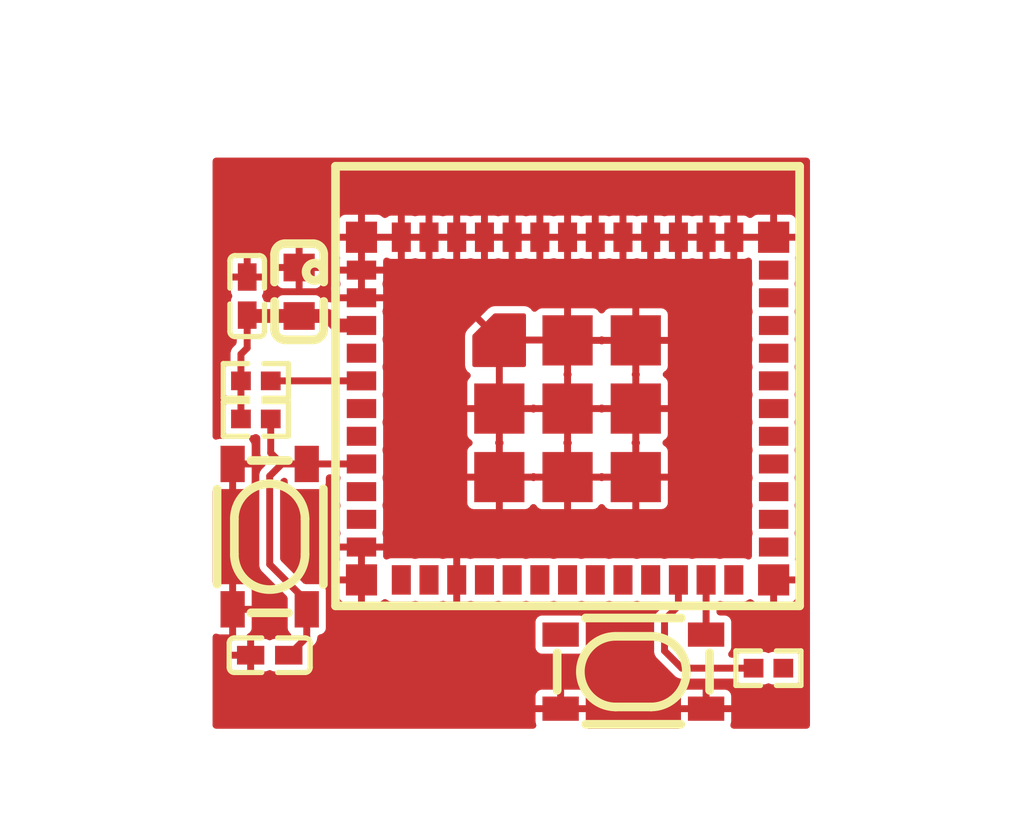
<source format=kicad_pcb>
(kicad_pcb (version 20241229) (generator "pcbnew") (generator_version "9.0")
  (layers (0 "F.Cu" signal) (2 "B.Cu" signal) (13 "F.Paste" user) (15 "B.Paste" user) (5 "F.SilkS" user "F.Silkscreen") (7 "B.SilkS" user "B.Silkscreen") (1 "F.Mask" user) (3 "B.Mask" user) (25 "Edge.Cuts" user))
  (net 0 "")
  (net 1 "hv")
  (net 2 "ic.footprint.pins[27].net-net")
  (net 3 "line-7")
  (net 4 "ic.footprint.pins[16].net-net")
  (net 5 "ic.footprint.pins[17].net-net")
  (net 6 "line")
  (net 7 "line-1")
  (net 8 "line-13")
  (net 9 "ic.footprint.pins[60].net-net")
  (net 10 "ic.footprint.pins[33].net-net")
  (net 11 "ic.footprint.pins[20].net-net")
  (net 12 "ic.footprint.pins[58].net-net")
  (net 13 "ic.footprint.pins[8].net-net")
  (net 14 "ic.footprint.pins[21].net-net")
  (net 15 "line-8")
  (net 16 "line-10")
  (net 17 "ic.footprint.pins[25].net-net")
  (net 18 "line-3")
  (net 19 "line-4")
  (net 20 "ic.footprint.pins[26].net-net")
  (net 21 "line-11")
  (net 22 "line-5")
  (net 23 "line-12")
  (net 24 "output")
  (net 25 "line-2")
  (net 26 "output-1")
  (net 27 "line-6")
  (net 28 "line-9")
  (net 29 "ic.footprint.pins[6].net-net")
  (net 30 "ic.footprint.pins[1].net-net")
  (net 31 "ic.footprint.pins[28].net-net")
  (net 32 "gnd")
  (footprint "atopile:R0402-56259e" (layer "F.Cu") (at -9 -0.8 180)
    (property "Reference" "R1" (hide yes))
    (property "Value" "10kΩ ±1% 62.5mW")
    (fp_line (start 0.94 0.5) (end 0.94 -0.5) (stroke (width 0.15)) (layer "F.SilkS"))
    (fp_line (start 0.94 -0.5) (end 0.23 -0.5) (stroke (width 0.15)) (layer "F.SilkS"))
    (fp_line (start 0.23 0.5) (end 0.94 0.5) (stroke (width 0.15)) (layer "F.SilkS"))
    (fp_line (start -0.23 0.5) (end -0.94 0.5) (stroke (width 0.15)) (layer "F.SilkS"))
    (fp_line (start -0.94 0.5) (end -0.94 -0.5) (stroke (width 0.15)) (layer "F.SilkS"))
    (fp_line (start -0.94 -0.5) (end -0.23 -0.5) (stroke (width 0.15)) (layer "F.SilkS"))
    (pad "1" smd rect (at -0.43 0 180) (size 0.57 0.54) (layers "F.Cu" "F.Mask" "F.Paste") (net 6 "line"))
    (pad "2" smd rect (at 0.43 0 180) (size 0.57 0.54) (layers "F.Cu" "F.Mask" "F.Paste") (net 1 "hv"))
  )
  (footprint "atopile:R0402-56259e" (layer "F.Cu") (at -9 0.3)
    (property "Reference" "R3" (hide yes))
    (property "Value" "10kΩ ±1% 62.5mW")
    (fp_line (start -0.94 -0.5) (end -0.23 -0.5) (stroke (width 0.15)) (layer "F.SilkS"))
    (fp_line (start -0.94 0.5) (end -0.94 -0.5) (stroke (width 0.15)) (layer "F.SilkS"))
    (fp_line (start -0.23 0.5) (end -0.94 0.5) (stroke (width 0.15)) (layer "F.SilkS"))
    (fp_line (start 0.23 0.5) (end 0.94 0.5) (stroke (width 0.15)) (layer "F.SilkS"))
    (fp_line (start 0.94 -0.5) (end 0.23 -0.5) (stroke (width 0.15)) (layer "F.SilkS"))
    (fp_line (start 0.94 0.5) (end 0.94 -0.5) (stroke (width 0.15)) (layer "F.SilkS"))
    (pad "1" smd rect (at -0.43 0) (size 0.57 0.54) (layers "F.Cu" "F.Mask" "F.Paste") (net 1 "hv"))
    (pad "2" smd rect (at 0.43 0) (size 0.57 0.54) (layers "F.Cu" "F.Mask" "F.Paste") (net 26 "output-1"))
  )
  (footprint "atopile:C0402-b3ef17" (layer "F.Cu") (at -9.25 -3.25 90)
    (property "Reference" "C2" (hide yes))
    (property "Value" "100nF ±10% 16V X7R")
    (fp_line (start 1.02 -0.5) (end 0.23 -0.5) (stroke (width 0.15)) (layer "F.SilkS"))
    (fp_line (start -1.02 -0.5) (end -0.23 -0.5) (stroke (width 0.15)) (layer "F.SilkS"))
    (fp_line (start 1.17 0.35) (end 1.17 -0.35) (stroke (width 0.15)) (layer "F.SilkS"))
    (fp_line (start -1.17 0.35) (end -1.17 -0.35) (stroke (width 0.15)) (layer "F.SilkS"))
    (fp_line (start 0.23 0.5) (end 1.02 0.5) (stroke (width 0.15)) (layer "F.SilkS"))
    (fp_line (start -0.23 0.5) (end -1.02 0.5) (stroke (width 0.15)) (layer "F.SilkS"))
    (fp_arc (start 1.02 -0.5) (mid 1.126066 -0.456066) (end 1.17 -0.35) (stroke (width 0.15)) (layer "F.SilkS"))
    (fp_arc (start -1.17 -0.35) (mid -1.126066 -0.456066) (end -1.02 -0.5) (stroke (width 0.15)) (layer "F.SilkS"))
    (fp_arc (start 1.17 0.35) (mid 1.126066 0.456066) (end 1.02 0.5) (stroke (width 0.15)) (layer "F.SilkS"))
    (fp_arc (start -1.02 0.5) (mid -1.126066 0.456066) (end -1.17 0.35) (stroke (width 0.15)) (layer "F.SilkS"))
    (pad "1" smd rect (at -0.55 0 90) (size 0.79 0.54) (layers "F.Cu" "F.Mask" "F.Paste") (net 1 "hv"))
    (pad "2" smd rect (at 0.55 0 90) (size 0.79 0.54) (layers "F.Cu" "F.Mask" "F.Paste") (net 32 "gnd"))
  )
  (footprint "atopile:WIFIM-SMD_ESP32-C3-MINI-MINI-1U-1cb675" (layer "F.Cu") (at 0 0)
    (property "Reference" "U2" (hide yes))
    (property "Value" "")
    (fp_line (start -6.7 -7) (end -6.7 -3.45) (stroke (width 0.25)) (layer "F.SilkS"))
    (fp_line (start -6.7 -3.5) (end -6.7 5.7) (stroke (width 0.25)) (layer "F.SilkS"))
    (fp_line (start -6.7 5.7) (end 6.7 5.7) (stroke (width 0.25)) (layer "F.SilkS"))
    (fp_line (start 6.7 -7) (end -6.7 -7) (stroke (width 0.25)) (layer "F.SilkS"))
    (fp_line (start 6.7 5.7) (end 6.7 -7) (stroke (width 0.25)) (layer "F.SilkS"))
    (fp_circle (center -7.3 -3.95) (end -7.05 -3.95) (stroke (width 0.25)) (fill no) (layer "F.SilkS"))
    (pad "1" smd rect (at -5.95 -4) (size 0.85 0.55) (layers "F.Cu" "F.Mask" "F.Paste") (net 32 "gnd"))
    (pad "2" smd rect (at -5.95 -3.2) (size 0.85 0.55) (layers "F.Cu" "F.Mask" "F.Paste") (net 32 "gnd"))
    (pad "3" smd rect (at -5.95 -2.4) (size 0.85 0.55) (layers "F.Cu" "F.Mask" "F.Paste") (net 1 "hv"))
    (pad "4" smd rect (at -5.95 -1.6) (size 0.85 0.55) (layers "F.Cu" "F.Mask" "F.Paste") (net 10 "ic.footprint.pins[33].net-net"))
    (pad "5" smd rect (at -5.95 -0.8) (size 0.85 0.55) (layers "F.Cu" "F.Mask" "F.Paste") (net 6 "line"))
    (pad "6" smd rect (at -5.95 0) (size 0.85 0.55) (layers "F.Cu" "F.Mask" "F.Paste") (net 21 "line-11"))
    (pad "7" smd rect (at -5.95 0.8) (size 0.85 0.55) (layers "F.Cu" "F.Mask" "F.Paste") (net 12 "ic.footprint.pins[58].net-net"))
    (pad "8" smd rect (at -5.95 1.6) (size 0.85 0.55) (layers "F.Cu" "F.Mask" "F.Paste") (net 26 "output-1"))
    (pad "9" smd rect (at -5.95 2.4) (size 0.85 0.55) (layers "F.Cu" "F.Mask" "F.Paste") (net 9 "ic.footprint.pins[60].net-net"))
    (pad "10" smd rect (at -5.95 3.2) (size 0.85 0.55) (layers "F.Cu" "F.Mask" "F.Paste") (net 30 "ic.footprint.pins[1].net-net"))
    (pad "11" smd rect (at -5.95 4) (size 0.85 0.55) (layers "F.Cu" "F.Mask" "F.Paste") (net 32 "gnd"))
    (pad "12" smd rect (at -4.8 4.95 90) (size 0.85 0.55) (layers "F.Cu" "F.Mask" "F.Paste") (net 8 "line-13"))
    (pad "13" smd rect (at -4 4.95 90) (size 0.85 0.55) (layers "F.Cu" "F.Mask" "F.Paste") (net 3 "line-7"))
    (pad "14" smd rect (at -3.2 4.95 90) (size 0.85 0.55) (layers "F.Cu" "F.Mask" "F.Paste") (net 32 "gnd"))
    (pad "15" smd rect (at -2.4 4.95 90) (size 0.85 0.55) (layers "F.Cu" "F.Mask" "F.Paste") (net 29 "ic.footprint.pins[6].net-net"))
    (pad "16" smd rect (at -1.6 4.95 90) (size 0.85 0.55) (layers "F.Cu" "F.Mask" "F.Paste") (net 19 "line-4"))
    (pad "17" smd rect (at -0.8 4.95 90) (size 0.85 0.55) (layers "F.Cu" "F.Mask" "F.Paste") (net 13 "ic.footprint.pins[8].net-net"))
    (pad "18" smd rect (at 0 4.95 90) (size 0.85 0.55) (layers "F.Cu" "F.Mask" "F.Paste") (net 25 "line-2"))
    (pad "19" smd rect (at 0.8 4.95 90) (size 0.85 0.55) (layers "F.Cu" "F.Mask" "F.Paste") (net 18 "line-3"))
    (pad "20" smd rect (at 1.6 4.95 90) (size 0.85 0.55) (layers "F.Cu" "F.Mask" "F.Paste") (net 22 "line-5"))
    (pad "21" smd rect (at 2.4 4.95 90) (size 0.85 0.55) (layers "F.Cu" "F.Mask" "F.Paste") (net 27 "line-6"))
    (pad "22" smd rect (at 3.2 4.95 90) (size 0.85 0.55) (layers "F.Cu" "F.Mask" "F.Paste") (net 7 "line-1"))
    (pad "23" smd rect (at 4 4.95 90) (size 0.85 0.55) (layers "F.Cu" "F.Mask" "F.Paste") (net 24 "output"))
    (pad "24" smd rect (at 4.8 4.95 90) (size 0.85 0.55) (layers "F.Cu" "F.Mask" "F.Paste") (net 4 "ic.footprint.pins[16].net-net"))
    (pad "25" smd rect (at 5.95 4 180) (size 0.85 0.55) (layers "F.Cu" "F.Mask" "F.Paste") (net 5 "ic.footprint.pins[17].net-net"))
    (pad "26" smd rect (at 5.95 3.2 180) (size 0.85 0.55) (layers "F.Cu" "F.Mask" "F.Paste") (net 28 "line-9"))
    (pad "27" smd rect (at 5.95 2.4 180) (size 0.85 0.55) (layers "F.Cu" "F.Mask" "F.Paste") (net 16 "line-10"))
    (pad "28" smd rect (at 5.95 1.6 180) (size 0.85 0.55) (layers "F.Cu" "F.Mask" "F.Paste") (net 11 "ic.footprint.pins[20].net-net"))
    (pad "29" smd rect (at 5.95 0.8 180) (size 0.85 0.55) (layers "F.Cu" "F.Mask" "F.Paste") (net 14 "ic.footprint.pins[21].net-net"))
    (pad "30" smd rect (at 5.95 0 180) (size 0.85 0.55) (layers "F.Cu" "F.Mask" "F.Paste") (net 15 "line-8"))
    (pad "31" smd rect (at 5.95 -0.8) (size 0.85 0.55) (layers "F.Cu" "F.Mask" "F.Paste") (net 23 "line-12"))
    (pad "32" smd rect (at 5.95 -1.6) (size 0.85 0.55) (layers "F.Cu" "F.Mask" "F.Paste") (net 17 "ic.footprint.pins[25].net-net"))
    (pad "33" smd rect (at 5.95 -2.4) (size 0.85 0.55) (layers "F.Cu" "F.Mask" "F.Paste") (net 20 "ic.footprint.pins[26].net-net"))
    (pad "34" smd rect (at 5.95 -3.2) (size 0.85 0.55) (layers "F.Cu" "F.Mask" "F.Paste") (net 2 "ic.footprint.pins[27].net-net"))
    (pad "35" smd rect (at 5.95 -4) (size 0.85 0.55) (layers "F.Cu" "F.Mask" "F.Paste") (net 31 "ic.footprint.pins[28].net-net"))
    (pad "36" smd rect (at 4.8 -4.95 90) (size 0.85 0.55) (layers "F.Cu" "F.Mask" "F.Paste") (net 32 "gnd"))
    (pad "37" smd rect (at 4 -4.95 90) (size 0.85 0.55) (layers "F.Cu" "F.Mask" "F.Paste") (net 32 "gnd"))
    (pad "38" smd rect (at 3.2 -4.95 90) (size 0.85 0.55) (layers "F.Cu" "F.Mask" "F.Paste") (net 32 "gnd"))
    (pad "39" smd rect (at 2.4 -4.95 90) (size 0.85 0.55) (layers "F.Cu" "F.Mask" "F.Paste") (net 32 "gnd"))
    (pad "40" smd rect (at 1.6 -4.95 90) (size 0.85 0.55) (layers "F.Cu" "F.Mask" "F.Paste") (net 32 "gnd"))
    (pad "41" smd rect (at 0.8 -4.95 90) (size 0.85 0.55) (layers "F.Cu" "F.Mask" "F.Paste") (net 32 "gnd"))
    (pad "42" smd rect (at 0 -4.95 90) (size 0.85 0.55) (layers "F.Cu" "F.Mask" "F.Paste") (net 32 "gnd"))
    (pad "43" smd rect (at -0.8 -4.95 90) (size 0.85 0.55) (layers "F.Cu" "F.Mask" "F.Paste") (net 32 "gnd"))
    (pad "44" smd rect (at -1.6 -4.95 90) (size 0.85 0.55) (layers "F.Cu" "F.Mask" "F.Paste") (net 32 "gnd"))
    (pad "45" smd rect (at -2.4 -4.95 90) (size 0.85 0.55) (layers "F.Cu" "F.Mask" "F.Paste") (net 32 "gnd"))
    (pad "46" smd rect (at -3.2 -4.95 90) (size 0.85 0.55) (layers "F.Cu" "F.Mask" "F.Paste") (net 32 "gnd"))
    (pad "47" smd rect (at -4 -4.95 90) (size 0.85 0.55) (layers "F.Cu" "F.Mask" "F.Paste") (net 32 "gnd"))
    (pad "48" smd rect (at -4.8 -4.95 90) (size 0.85 0.55) (layers "F.Cu" "F.Mask" "F.Paste") (net 32 "gnd"))
    (pad "49" smd rect (at 0 0) (size 1.45 1.45) (layers "F.Cu" "F.Mask" "F.Paste") (net 32 "gnd"))
    (pad "50" smd rect (at 5.95 -4.95) (size 0.9 0.9) (layers "F.Cu" "F.Mask" "F.Paste") (net 32 "gnd"))
    (pad "51" smd rect (at 5.95 4.95) (size 0.9 0.9) (layers "F.Cu" "F.Mask" "F.Paste") (net 32 "gnd"))
    (pad "52" smd rect (at -5.95 4.95) (size 0.9 0.9) (layers "F.Cu" "F.Mask" "F.Paste") (net 32 "gnd"))
    (pad "53" smd rect (at -5.95 -4.95) (size 0.9 0.9) (layers "F.Cu" "F.Mask" "F.Paste") (net 32 "gnd"))
    (pad "54" smd rect (at -1.97 0) (size 1.45 1.45) (layers "F.Cu" "F.Mask" "F.Paste") (net 32 "gnd"))
    (pad "55" smd custom (at -1.97 -1.98) (size 0.01 0.01) (layers "F.Cu" "F.Mask" "F.Paste") (net 32 "gnd") (options (clearance outline) (anchor circle)) (primitives (gr_poly (pts (xy -0.73 -0.12) (xy -0.13 -0.72) (xy 0.72 -0.72) (xy 0.72 0.73) (xy -0.73 0.73)) (width 0.1) (fill yes))))
    (pad "56" smd rect (at 0 -1.97) (size 1.45 1.45) (layers "F.Cu" "F.Mask" "F.Paste") (net 32 "gnd"))
    (pad "57" smd rect (at 1.97 -1.97) (size 1.45 1.45) (layers "F.Cu" "F.Mask" "F.Paste") (net 32 "gnd"))
    (pad "58" smd rect (at 1.97 0) (size 1.45 1.45) (layers "F.Cu" "F.Mask" "F.Paste") (net 32 "gnd"))
    (pad "59" smd rect (at -1.97 1.98) (size 1.45 1.45) (layers "F.Cu" "F.Mask" "F.Paste") (net 32 "gnd"))
    (pad "60" smd rect (at 0 1.98) (size 1.45 1.45) (layers "F.Cu" "F.Mask" "F.Paste") (net 32 "gnd"))
    (pad "61" smd rect (at 1.97 1.98) (size 1.45 1.45) (layers "F.Cu" "F.Mask" "F.Paste") (net 32 "gnd"))
  )
  (footprint "atopile:C0402-b3ef17" (layer "F.Cu") (at -8.6 7.125 180)
    (property "Reference" "C3" (hide yes))
    (property "Value" "1µF ±10% 25V X5R")
    (fp_line (start 1.17 0.35) (end 1.17 -0.35) (stroke (width 0.15)) (layer "F.SilkS"))
    (fp_line (start 1.02 -0.5) (end 0.23 -0.5) (stroke (width 0.15)) (layer "F.SilkS"))
    (fp_line (start 0.23 0.5) (end 1.02 0.5) (stroke (width 0.15)) (layer "F.SilkS"))
    (fp_line (start -0.23 0.5) (end -1.02 0.5) (stroke (width 0.15)) (layer "F.SilkS"))
    (fp_line (start -1.02 -0.5) (end -0.23 -0.5) (stroke (width 0.15)) (layer "F.SilkS"))
    (fp_line (start -1.17 0.35) (end -1.17 -0.35) (stroke (width 0.15)) (layer "F.SilkS"))
    (fp_arc (start 1.17 0.35) (mid 1.126066 0.456066) (end 1.02 0.5) (stroke (width 0.15)) (layer "F.SilkS"))
    (fp_arc (start 1.02 -0.5) (mid 1.126066 -0.456066) (end 1.17 -0.35) (stroke (width 0.15)) (layer "F.SilkS"))
    (fp_arc (start -1.02 0.5) (mid -1.126066 0.456066) (end -1.17 0.35) (stroke (width 0.15)) (layer "F.SilkS"))
    (fp_arc (start -1.17 -0.35) (mid -1.126066 -0.456066) (end -1.02 -0.5) (stroke (width 0.15)) (layer "F.SilkS"))
    (pad "1" smd rect (at -0.55 0 180) (size 0.79 0.54) (layers "F.Cu" "F.Mask" "F.Paste") (net 26 "output-1"))
    (pad "2" smd rect (at 0.55 0 180) (size 0.79 0.54) (layers "F.Cu" "F.Mask" "F.Paste") (net 32 "gnd"))
  )
  (footprint "atopile:R0402-56259e" (layer "F.Cu") (at 5.8 7.5)
    (property "Reference" "R2" (hide yes))
    (property "Value" "10kΩ ±1% 62.5mW")
    (fp_line (start -0.94 -0.5) (end -0.23 -0.5) (stroke (width 0.15)) (layer "F.SilkS"))
    (fp_line (start -0.94 0.5) (end -0.94 -0.5) (stroke (width 0.15)) (layer "F.SilkS"))
    (fp_line (start -0.23 0.5) (end -0.94 0.5) (stroke (width 0.15)) (layer "F.SilkS"))
    (fp_line (start 0.23 0.5) (end 0.94 0.5) (stroke (width 0.15)) (layer "F.SilkS"))
    (fp_line (start 0.94 -0.5) (end 0.23 -0.5) (stroke (width 0.15)) (layer "F.SilkS"))
    (fp_line (start 0.94 0.5) (end 0.94 -0.5) (stroke (width 0.15)) (layer "F.SilkS"))
    (pad "1" smd rect (at -0.43 0) (size 0.57 0.54) (layers "F.Cu" "F.Mask" "F.Paste") (net 7 "line-1"))
    (pad "2" smd rect (at 0.43 0) (size 0.57 0.54) (layers "F.Cu" "F.Mask" "F.Paste") (net 1 "hv"))
  )
  (footprint "lib:KEY-SMD_4P-L4.2-W3.2-P2.20-LS4.6" (layer "F.Cu") (at 1.9 7.6 180)
    (property "Reference" "U1" (hide yes))
    (property "Value" "")
    (fp_line (start 2.2 -0.54) (end 2.2 0.54) (stroke (width 0.25)) (layer "F.SilkS"))
    (fp_line (start 1.37 -1.52) (end -1.37 -1.52) (stroke (width 0.25)) (layer "F.SilkS"))
    (fp_line (start -0.51 1.02) (end 0.51 1.02) (stroke (width 0.25)) (layer "F.SilkS"))
    (fp_line (start -0.51 -1.02) (end 0.51 -1.02) (stroke (width 0.25)) (layer "F.SilkS"))
    (fp_line (start -1.38 1.55) (end 1.38 1.55) (stroke (width 0.25)) (layer "F.SilkS"))
    (fp_line (start -2.2 -0.54) (end -2.2 0.54) (stroke (width 0.25)) (layer "F.SilkS"))
    (fp_arc (start 0.51 -1.02) (mid 1.53 0) (end 0.51 1.02) (stroke (width 0.25)) (layer "F.SilkS"))
    (fp_arc (start -0.51 1.02) (mid -1.53 0) (end -0.51 -1.02) (stroke (width 0.25)) (layer "F.SilkS"))
    (pad "1" smd rect (at -2.1 -1.07 180) (size 1.05 0.7) (layers "F.Cu" "F.Mask" "F.Paste") (net 32 "gnd"))
    (pad "2" smd rect (at 2.1 -1.07 180) (size 1.05 0.7) (layers "F.Cu" "F.Mask" "F.Paste") (net 32 "gnd"))
    (pad "3" smd rect (at -2.1 1.07 180) (size 1.05 0.7) (layers "F.Cu" "F.Mask" "F.Paste") (net 24 "output"))
    (pad "4" smd rect (at 2.1 1.07 180) (size 1.05 0.7) (layers "F.Cu" "F.Mask" "F.Paste") (net 24 "output"))
  )
  (footprint "lib:KEY-SMD_4P-L4.2-W3.2-P2.20-LS4.6" (layer "F.Cu") (at -8.6 3.7 90)
    (property "Reference" "U3" (hide yes))
    (property "Value" "")
    (fp_line (start 1.37 -1.52) (end -1.37 -1.52) (stroke (width 0.25)) (layer "F.SilkS"))
    (fp_line (start -0.51 -1.02) (end 0.51 -1.02) (stroke (width 0.25)) (layer "F.SilkS"))
    (fp_line (start 2.2 -0.54) (end 2.2 0.54) (stroke (width 0.25)) (layer "F.SilkS"))
    (fp_line (start -2.2 -0.54) (end -2.2 0.54) (stroke (width 0.25)) (layer "F.SilkS"))
    (fp_line (start -0.51 1.02) (end 0.51 1.02) (stroke (width 0.25)) (layer "F.SilkS"))
    (fp_line (start -1.38 1.55) (end 1.38 1.55) (stroke (width 0.25)) (layer "F.SilkS"))
    (fp_arc (start 0.51 -1.02) (mid 1.53 0) (end 0.51 1.02) (stroke (width 0.25)) (layer "F.SilkS"))
    (fp_arc (start -0.51 1.02) (mid -1.53 0) (end -0.51 -1.02) (stroke (width 0.25)) (layer "F.SilkS"))
    (pad "1" smd rect (at -2.1 -1.07 90) (size 1.05 0.7) (layers "F.Cu" "F.Mask" "F.Paste") (net 32 "gnd"))
    (pad "2" smd rect (at 2.1 -1.07 90) (size 1.05 0.7) (layers "F.Cu" "F.Mask" "F.Paste") (net 32 "gnd"))
    (pad "3" smd rect (at -2.1 1.07 90) (size 1.05 0.7) (layers "F.Cu" "F.Mask" "F.Paste") (net 26 "output-1"))
    (pad "4" smd rect (at 2.1 1.07 90) (size 1.05 0.7) (layers "F.Cu" "F.Mask" "F.Paste") (net 26 "output-1"))
  )
  (footprint "atopile:C0603-bd72f6" (layer "F.Cu") (at -7.75 -3.375 90)
    (property "Reference" "C1" (hide yes))
    (property "Value" "22µF ±20% 6.3V X5R")
    (fp_line (start 0.28 -0.71) (end 1.08 -0.71) (stroke (width 0.25)) (layer "F.SilkS"))
    (fp_line (start -0.28 -0.71) (end -1.08 -0.71) (stroke (width 0.25)) (layer "F.SilkS"))
    (fp_line (start 1.39 -0.4) (end 1.39 0.4) (stroke (width 0.25)) (layer "F.SilkS"))
    (fp_line (start -1.39 0.4) (end -1.39 -0.4) (stroke (width 0.25)) (layer "F.SilkS"))
    (fp_line (start 0.28 0.71) (end 1.08 0.71) (stroke (width 0.25)) (layer "F.SilkS"))
    (fp_line (start -0.28 0.71) (end -1.08 0.71) (stroke (width 0.25)) (layer "F.SilkS"))
    (fp_arc (start 1.08 -0.71) (mid 1.299203 -0.619203) (end 1.39 -0.4) (stroke (width 0.25)) (layer "F.SilkS"))
    (fp_arc (start -1.39 -0.4) (mid -1.299203 -0.619203) (end -1.08 -0.71) (stroke (width 0.25)) (layer "F.SilkS"))
    (fp_arc (start 1.39 0.4) (mid 1.299203 0.619203) (end 1.08 0.71) (stroke (width 0.25)) (layer "F.SilkS"))
    (fp_arc (start -1.08 0.71) (mid -1.299203 0.619203) (end -1.39 0.4) (stroke (width 0.25)) (layer "F.SilkS"))
    (pad "1" smd rect (at -0.7 0 90) (size 0.8 0.9) (layers "F.Cu" "F.Mask" "F.Paste") (net 1 "hv"))
    (pad "2" smd rect (at 0.7 0 90) (size 0.8 0.9) (layers "F.Cu" "F.Mask" "F.Paste") (net 32 "gnd"))
  )
  (segment (start -9.43 -1.57) (end -9.25 -1.75) (width 0.2) (layer "F.Cu") (net 1))
  (segment (start -6.925 -2.675) (end -7.75 -2.675) (width 0.4) (layer "F.Cu") (net 1))
  (segment (start -9.43 0.3) (end -9.43 -0.8) (width 0.2) (layer "F.Cu") (net 1))
  (segment (start -7.75 -2.675) (end -9.225 -2.675) (width 0.4) (layer "F.Cu") (net 1))
  (segment (start -9.25 -1.75) (end -9.25 -2.7) (width 0.2) (layer "F.Cu") (net 1))
  (segment (start -9.225 -2.675) (end -9.25 -2.7) (width 0.4) (layer "F.Cu") (net 1))
  (segment (start -9.43 -0.8) (end -9.43 -1.57) (width 0.2) (layer "F.Cu") (net 1))
  (segment (start -6.65 -2.4) (end -6.925 -2.675) (width 0.4) (layer "F.Cu") (net 1))
  (segment (start -5.9 -2.4) (end -6.65 -2.4) (width 0.4) (layer "F.Cu") (net 1))
  (segment (start -8.57 -0.8) (end -5.9 -0.8) (width 0.2) (layer "F.Cu") (net 6))
  (segment (start 2.8 7) (end 3.3 7.5) (width 0.2) (layer "F.Cu") (net 7))
  (segment (start 3.2 5.7) (end 2.8 6.1) (width 0.2) (layer "F.Cu") (net 7))
  (segment (start 3.2 4.9) (end 3.2 5.7) (width 0.2) (layer "F.Cu") (net 7))
  (segment (start 3.3 7.5) (end 5.37 7.5) (width 0.2) (layer "F.Cu") (net 7))
  (segment (start 2.8 6.1) (end 2.8 7) (width 0.2) (layer "F.Cu") (net 7))
  (segment (start 4 6.53) (end 4 4.9) (width 0.2) (layer "F.Cu") (net 24))
  (segment (start -8.57 1.28) (end -8.25 1.6) (width 0.2) (layer "F.Cu") (net 26))
  (segment (start -8.57 0.3) (end -8.57 1.28) (width 0.2) (layer "F.Cu") (net 26))
  (segment (start -7.53 5.57) (end -8.6 4.5) (width 0.2) (layer "F.Cu") (net 26))
  (segment (start -8.6 4.5) (end -8.6 1.95) (width 0.2) (layer "F.Cu") (net 26))
  (segment (start -8.6 1.95) (end -8.25 1.6) (width 0.2) (layer "F.Cu") (net 26))
  (segment (start -8.05 7.125) (end -7.53 6.605) (width 0.2) (layer "F.Cu") (net 26))
  (segment (start -7.53 1.6) (end -8.25 1.6) (width 0.2) (layer "F.Cu") (net 26))
  (segment (start -7.53 1.6) (end -5.9 1.6) (width 0.2) (layer "F.Cu") (net 26))
  (segment (start -7.53 5.8) (end -7.53 5.57) (width 0.2) (layer "F.Cu") (net 26))
  (segment (start -7.53 6.605) (end -7.53 5.8) (width 0.2) (layer "F.Cu") (net 26))
  (segment (start -1.97 0) (end -1.97 -1.98) (width 0.2) (layer "F.Cu") (net 32))
  (segment (start -0.01 -1.98) (end 0 -1.97) (width 0.2) (layer "F.Cu") (net 32))
  (segment (start -1.97 -1.98) (end -0.01 -1.98) (width 0.2) (layer "F.Cu") (net 32))
  (segment (start -1.97 -1.98) (end -2.79 -2.8) (width 0.2) (layer "F.Cu") (net 32))
  (zone (net 32) (net_name "gnd") (layers "F.Cu" "B.Cu") (connect_pads (clearance 0.2)) (min_thickness 0.2) (fill yes (thermal_gap 0.2) (thermal_bridge_width 0.2))
    (polygon (pts (xy -10.25 -7.25) (xy -10.25 9.25) (xy 7 9.25) (xy 7 -7.25)))
  )
)
</source>
